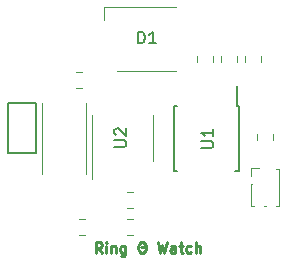
<source format=gbr>
G04 #@! TF.GenerationSoftware,KiCad,Pcbnew,(5.1.5)-3*
G04 #@! TF.CreationDate,2020-12-31T17:50:50-05:00*
G04 #@! TF.ProjectId,Ring Watch V1,52696e67-2057-4617-9463-682056312e6b,rev?*
G04 #@! TF.SameCoordinates,Original*
G04 #@! TF.FileFunction,Legend,Top*
G04 #@! TF.FilePolarity,Positive*
%FSLAX46Y46*%
G04 Gerber Fmt 4.6, Leading zero omitted, Abs format (unit mm)*
G04 Created by KiCad (PCBNEW (5.1.5)-3) date 2020-12-31 17:50:50*
%MOMM*%
%LPD*%
G04 APERTURE LIST*
%ADD10C,0.225000*%
%ADD11C,0.120000*%
%ADD12C,0.150000*%
G04 APERTURE END LIST*
D10*
X94630571Y-118771142D02*
X94330571Y-118342571D01*
X94116285Y-118771142D02*
X94116285Y-117871142D01*
X94459142Y-117871142D01*
X94544857Y-117914000D01*
X94587714Y-117956857D01*
X94630571Y-118042571D01*
X94630571Y-118171142D01*
X94587714Y-118256857D01*
X94544857Y-118299714D01*
X94459142Y-118342571D01*
X94116285Y-118342571D01*
X95016285Y-118771142D02*
X95016285Y-118171142D01*
X95016285Y-117871142D02*
X94973428Y-117914000D01*
X95016285Y-117956857D01*
X95059142Y-117914000D01*
X95016285Y-117871142D01*
X95016285Y-117956857D01*
X95444857Y-118171142D02*
X95444857Y-118771142D01*
X95444857Y-118256857D02*
X95487714Y-118214000D01*
X95573428Y-118171142D01*
X95702000Y-118171142D01*
X95787714Y-118214000D01*
X95830571Y-118299714D01*
X95830571Y-118771142D01*
X96644857Y-118171142D02*
X96644857Y-118899714D01*
X96602000Y-118985428D01*
X96559142Y-119028285D01*
X96473428Y-119071142D01*
X96344857Y-119071142D01*
X96259142Y-119028285D01*
X96644857Y-118728285D02*
X96559142Y-118771142D01*
X96387714Y-118771142D01*
X96302000Y-118728285D01*
X96259142Y-118685428D01*
X96216285Y-118599714D01*
X96216285Y-118342571D01*
X96259142Y-118256857D01*
X96302000Y-118214000D01*
X96387714Y-118171142D01*
X96559142Y-118171142D01*
X96644857Y-118214000D01*
X97930571Y-118299714D02*
X98187714Y-118299714D01*
X97973428Y-117871142D02*
X98144857Y-117871142D01*
X98230571Y-117914000D01*
X98316285Y-117999714D01*
X98359142Y-118085428D01*
X98402000Y-118214000D01*
X98402000Y-118428285D01*
X98359142Y-118556857D01*
X98316285Y-118642571D01*
X98230571Y-118728285D01*
X98144857Y-118771142D01*
X97973428Y-118771142D01*
X97887714Y-118728285D01*
X97802000Y-118642571D01*
X97759142Y-118556857D01*
X97716285Y-118428285D01*
X97716285Y-118214000D01*
X97759142Y-118085428D01*
X97802000Y-117999714D01*
X97887714Y-117914000D01*
X97973428Y-117871142D01*
X99387714Y-117871142D02*
X99602000Y-118771142D01*
X99773428Y-118128285D01*
X99944857Y-118771142D01*
X100159142Y-117871142D01*
X100887714Y-118771142D02*
X100887714Y-118299714D01*
X100844857Y-118214000D01*
X100759142Y-118171142D01*
X100587714Y-118171142D01*
X100502000Y-118214000D01*
X100887714Y-118728285D02*
X100802000Y-118771142D01*
X100587714Y-118771142D01*
X100502000Y-118728285D01*
X100459142Y-118642571D01*
X100459142Y-118556857D01*
X100502000Y-118471142D01*
X100587714Y-118428285D01*
X100802000Y-118428285D01*
X100887714Y-118385428D01*
X101187714Y-118171142D02*
X101530571Y-118171142D01*
X101316285Y-117871142D02*
X101316285Y-118642571D01*
X101359142Y-118728285D01*
X101444857Y-118771142D01*
X101530571Y-118771142D01*
X102216285Y-118728285D02*
X102130571Y-118771142D01*
X101959142Y-118771142D01*
X101873428Y-118728285D01*
X101830571Y-118685428D01*
X101787714Y-118599714D01*
X101787714Y-118342571D01*
X101830571Y-118256857D01*
X101873428Y-118214000D01*
X101959142Y-118171142D01*
X102130571Y-118171142D01*
X102216285Y-118214000D01*
X102602000Y-118771142D02*
X102602000Y-117871142D01*
X102987714Y-118771142D02*
X102987714Y-118299714D01*
X102944857Y-118214000D01*
X102859142Y-118171142D01*
X102730571Y-118171142D01*
X102644857Y-118214000D01*
X102602000Y-118256857D01*
D11*
X97289252Y-115876000D02*
X96766748Y-115876000D01*
X97289252Y-117296000D02*
X96766748Y-117296000D01*
X93234252Y-115876000D02*
X92711748Y-115876000D01*
X93234252Y-117296000D02*
X92711748Y-117296000D01*
X92971252Y-103430000D02*
X92448748Y-103430000D01*
X92971252Y-104850000D02*
X92448748Y-104850000D01*
X98953000Y-109031000D02*
X98953000Y-107081000D01*
X98953000Y-109031000D02*
X98953000Y-110981000D01*
X93833000Y-109031000D02*
X93833000Y-107081000D01*
X93833000Y-109031000D02*
X93833000Y-112481000D01*
X96757748Y-115010000D02*
X97280252Y-115010000D01*
X96757748Y-113590000D02*
X97280252Y-113590000D01*
X107256000Y-111583000D02*
X107966000Y-111583000D01*
X107256000Y-112268000D02*
X107256000Y-111583000D01*
X109360493Y-111708000D02*
X109676000Y-111708000D01*
X107256000Y-112953000D02*
X107357724Y-112953000D01*
X109676000Y-111708000D02*
X109676000Y-114828000D01*
X107256000Y-112953000D02*
X107256000Y-114828000D01*
X108360493Y-114828000D02*
X108571507Y-114828000D01*
X109360493Y-114828000D02*
X109676000Y-114828000D01*
X107256000Y-114828000D02*
X107571507Y-114828000D01*
D12*
X106260000Y-106376000D02*
X106055000Y-106376000D01*
X106260000Y-111876000D02*
X105960000Y-111876000D01*
X100750000Y-111876000D02*
X101050000Y-111876000D01*
X100750000Y-106376000D02*
X101050000Y-106376000D01*
X106260000Y-106376000D02*
X106260000Y-111876000D01*
X100750000Y-106376000D02*
X100750000Y-111876000D01*
X106055000Y-106376000D02*
X106055000Y-104626000D01*
D11*
X94838000Y-97962000D02*
X100938000Y-97962000D01*
X94838000Y-99062000D02*
X94838000Y-97962000D01*
X100938000Y-103362000D02*
X95938000Y-103362000D01*
X109168000Y-109218252D02*
X109168000Y-108695748D01*
X107748000Y-109218252D02*
X107748000Y-108695748D01*
X104088000Y-102091748D02*
X104088000Y-102614252D01*
X102668000Y-102091748D02*
X102668000Y-102614252D01*
X104700000Y-102091748D02*
X104700000Y-102614252D01*
X106120000Y-102091748D02*
X106120000Y-102614252D01*
X106732000Y-102091748D02*
X106732000Y-102614252D01*
X108152000Y-102091748D02*
X108152000Y-102614252D01*
X89580000Y-112102000D02*
X89580000Y-106102000D01*
X93300000Y-112102000D02*
X93300000Y-106102000D01*
D12*
X89084000Y-106104000D02*
X89084000Y-110304000D01*
X89084000Y-110304000D02*
X86684000Y-110304000D01*
X86684000Y-110304000D02*
X86684000Y-106104000D01*
X86684000Y-106104000D02*
X89084000Y-106104000D01*
X95718380Y-109792904D02*
X96527904Y-109792904D01*
X96623142Y-109745285D01*
X96670761Y-109697666D01*
X96718380Y-109602428D01*
X96718380Y-109411952D01*
X96670761Y-109316714D01*
X96623142Y-109269095D01*
X96527904Y-109221476D01*
X95718380Y-109221476D01*
X95813619Y-108792904D02*
X95766000Y-108745285D01*
X95718380Y-108650047D01*
X95718380Y-108411952D01*
X95766000Y-108316714D01*
X95813619Y-108269095D01*
X95908857Y-108221476D01*
X96004095Y-108221476D01*
X96146952Y-108269095D01*
X96718380Y-108840523D01*
X96718380Y-108221476D01*
X103084380Y-109887904D02*
X103893904Y-109887904D01*
X103989142Y-109840285D01*
X104036761Y-109792666D01*
X104084380Y-109697428D01*
X104084380Y-109506952D01*
X104036761Y-109411714D01*
X103989142Y-109364095D01*
X103893904Y-109316476D01*
X103084380Y-109316476D01*
X104084380Y-108316476D02*
X104084380Y-108887904D01*
X104084380Y-108602190D02*
X103084380Y-108602190D01*
X103227238Y-108697428D01*
X103322476Y-108792666D01*
X103370095Y-108887904D01*
X97712904Y-101036380D02*
X97712904Y-100036380D01*
X97951000Y-100036380D01*
X98093857Y-100084000D01*
X98189095Y-100179238D01*
X98236714Y-100274476D01*
X98284333Y-100464952D01*
X98284333Y-100607809D01*
X98236714Y-100798285D01*
X98189095Y-100893523D01*
X98093857Y-100988761D01*
X97951000Y-101036380D01*
X97712904Y-101036380D01*
X99236714Y-101036380D02*
X98665285Y-101036380D01*
X98951000Y-101036380D02*
X98951000Y-100036380D01*
X98855761Y-100179238D01*
X98760523Y-100274476D01*
X98665285Y-100322095D01*
M02*

</source>
